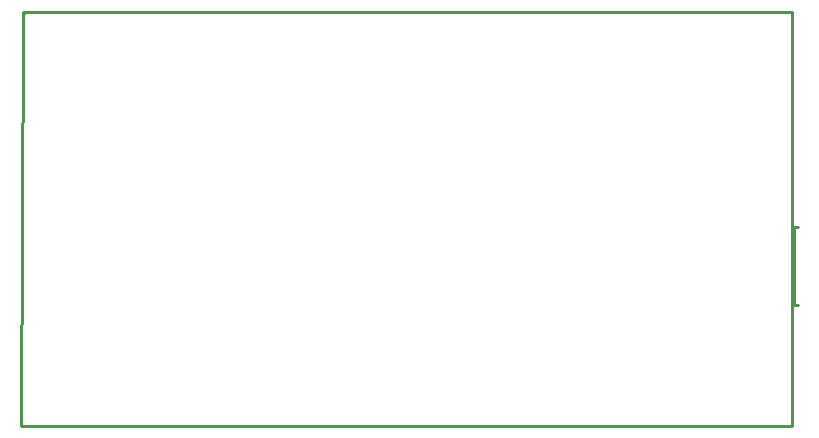
<source format=gko>
G04 Layer: BoardOutlineLayer*
G04 EasyEDA v6.5.42, 2024-04-02 14:52:46*
G04 5a13a6d2cfb54f0dbe7fbbe2e4b841dc,acb5ada5342d49438264df6f97d5643c,10*
G04 Gerber Generator version 0.2*
G04 Scale: 100 percent, Rotated: No, Reflected: No *
G04 Dimensions in millimeters *
G04 leading zeros omitted , absolute positions ,4 integer and 5 decimal *
%FSLAX45Y45*%
%MOMM*%

%ADD10C,0.2540*%
D10*
X1016000Y7899400D02*
G01*
X1003300Y7912100D01*
X7518400Y7912100D01*
X7518400Y4406900D01*
X990600Y4406900D01*
X1003300Y7823200D01*
X1003300Y7912100D01*
X7537104Y6095799D02*
G01*
X7567104Y6095799D01*
X7537104Y5435800D02*
G01*
X7567104Y5435800D01*
X7537104Y6095799D02*
G01*
X7537104Y5435800D01*

%LPD*%
M02*

</source>
